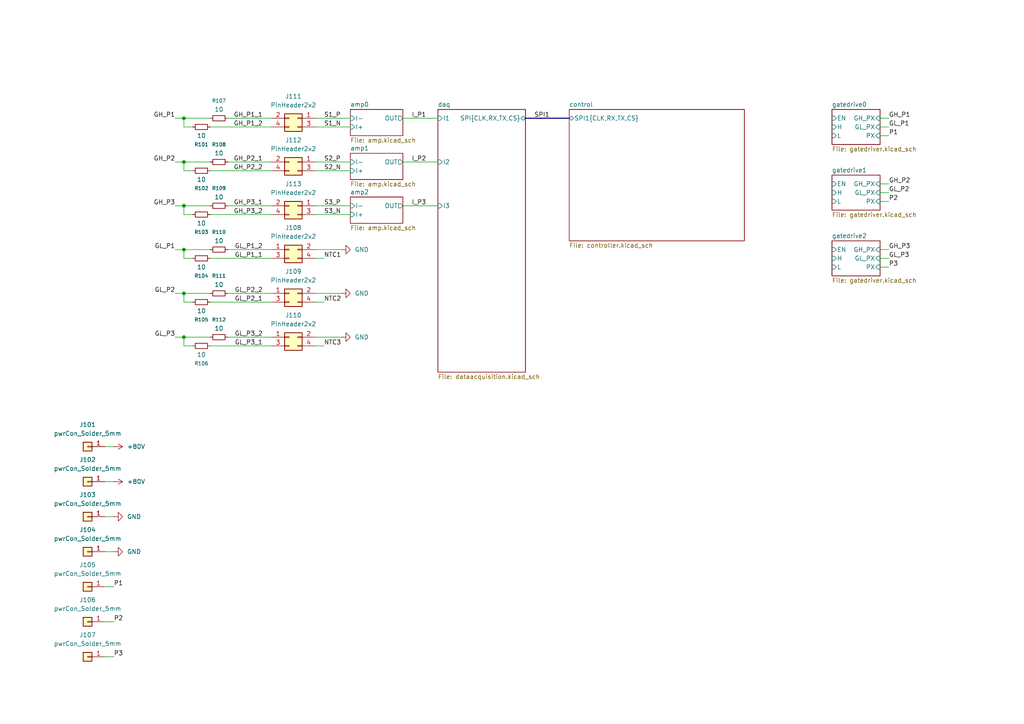
<source format=kicad_sch>
(kicad_sch (version 20250114) (generator "eeschema") (generator_version "9.0")
  (paper "A4")
  (title_block (title "${TITLE} - ${SUBTITLE}") (rev "${REV}") (company "github.com/${AUTHOR}"))
  (lib_symbols
    (symbol "Connector_Generic:Conn_01x01" (pin_names (offset 1.016) (hide yes))
      (property "Reference" "J" (at 0 2.54 0))
      (property "Value" "Conn_01x01" (at 0 -2.54 0))
      (symbol "Conn_01x01_1_1"
        (rectangle (start -1.27 1.27) (end 1.27 -1.27) (stroke (width 0.254)) (fill (type background)))
        (rectangle (start -1.27 0.127) (end 0 -0.127) (stroke (width 0.1524)))
        (pin passive line (at -5.08 0 0) (length 3.81) (name "Pin_1") (number "1"))
      )
    )
    (symbol "Connector_Generic:Conn_02x02_Odd_Even" (pin_names (offset 1.016) (hide yes))
      (property "Reference" "J" (at 1.27 2.54 0))
      (property "Value" "Conn_02x02_Odd_Even" (at 1.27 -5.08 0))
      (symbol "Conn_02x02_Odd_Even_1_1"
        (rectangle (start -1.27 1.27) (end 3.81 -3.81) (stroke (width 0.254)) (fill (type background)))
        (rectangle (start -1.27 0.127) (end 0 -0.127) (stroke (width 0.1524)))
        (rectangle (start -1.27 -2.413) (end 0 -2.667) (stroke (width 0.1524)))
        (rectangle (start 3.81 0.127) (end 2.54 -0.127) (stroke (width 0.1524)))
        (rectangle (start 3.81 -2.413) (end 2.54 -2.667) (stroke (width 0.1524)))
        (pin passive line (at -5.08 0 0) (length 3.81) (name "Pin_1") (number "1"))
        (pin passive line (at -5.08 -2.54 0) (length 3.81) (name "Pin_3") (number "3"))
        (pin passive line (at 7.62 0 180) (length 3.81) (name "Pin_2") (number "2"))
        (pin passive line (at 7.62 -2.54 180) (length 3.81) (name "Pin_4") (number "4"))
      )
    )
    (symbol "Device:R_Small" (pin_numbers (hide yes)) (pin_names (offset 0.254) (hide yes))
      (property "Reference" "R" (at 0 0 90))
      (property "Value" "R_Small" (at 1.778 0 90))
      (symbol "R_Small_0_1"
        (rectangle (start -0.762 1.778) (end 0.762 -1.778) (stroke (width 0.2032)))
      )
      (symbol "R_Small_1_1"
        (pin passive line (at 0 2.54 270) (length 0.762) (name "~") (number "1"))
        (pin passive line (at 0 -2.54 90) (length 0.762) (name "~") (number "2"))
      )
    )
    (symbol "power:+1V0" (power) (pin_numbers (hide yes)) (pin_names (offset 0) (hide yes))
      (property "Value" "+1V0" (at 0 3.556 0))
      (symbol "+1V0_0_1"
        (polyline (pts (xy -0.762 1.27) (xy 0 2.54)))
        (polyline (pts (xy 0 2.54) (xy 0.762 1.27)))
        (polyline (pts (xy 0 0) (xy 0 2.54)))
      )
      (symbol "+1V0_1_1"
        (pin power_in line (at 0 0 90) (length 0) (name "~") (number "1"))
      )
    )
    (symbol "power:GND" (power) (pin_numbers (hide yes)) (pin_names (offset 0) (hide yes))
      (property "Value" "GND" (at 0 -3.81 0))
      (symbol "GND_0_1"
        (polyline (pts (xy 0 0) (xy 0 -1.27) (xy 1.27 -1.27) (xy 0 -2.54) (xy -1.27 -1.27) (xy 0 -1.27)))
      )
      (symbol "GND_1_1"
        (pin power_in line (at 0 0 270) (length 0) (name "~") (number "1"))
      )
    )
  )
  (junction (at 53.34 72.39))
  (junction (at 53.34 85.09))
  (junction (at 53.34 46.99))
  (junction (at 53.34 34.29))
  (junction (at 53.34 59.69))
  (junction (at 53.34 97.79))
  (wire (pts (xy 91.44 49.53) (xy 101.6 49.53)))
  (wire (pts (xy 53.34 46.99) (xy 60.96 46.99)))
  (wire (pts (xy 116.84 34.29) (xy 127 34.29)))
  (wire (pts (xy 55.88 36.83) (xy 53.34 36.83)))
  (wire (pts (xy 116.84 59.69) (xy 127 59.69)))
  (wire (pts (xy 53.34 34.29) (xy 60.96 34.29)))
  (wire (pts (xy 55.88 49.53) (xy 53.34 49.53)))
  (wire (pts (xy 66.04 97.79) (xy 78.74 97.79)))
  (wire (pts (xy 91.44 46.99) (xy 101.6 46.99)))
  (bus (pts (xy 152.4 34.29) (xy 165.1 34.29)))
  (wire (pts (xy 53.34 36.83) (xy 53.34 34.29)))
  (wire (pts (xy 91.44 62.23) (xy 101.6 62.23)))
  (wire (pts (xy 60.96 49.53) (xy 78.74 49.53)))
  (wire (pts (xy 60.96 36.83) (xy 78.74 36.83)))
  (wire (pts (xy 66.04 72.39) (xy 78.74 72.39)))
  (wire (pts (xy 53.34 85.09) (xy 60.96 85.09)))
  (wire (pts (xy 60.96 62.23) (xy 78.74 62.23)))
  (wire (pts (xy 53.34 74.93) (xy 53.34 72.39)))
  (wire (pts (xy 53.34 62.23) (xy 53.34 59.69)))
  (wire (pts (xy 55.88 87.63) (xy 53.34 87.63)))
  (wire (pts (xy 255.27 74.93) (xy 257.81 74.93)))
  (wire (pts (xy 91.44 36.83) (xy 101.6 36.83)))
  (wire (pts (xy 53.34 59.69) (xy 60.96 59.69)))
  (wire (pts (xy 50.8 85.09) (xy 53.34 85.09)))
  (wire (pts (xy 255.27 55.88) (xy 257.81 55.88)))
  (wire (pts (xy 53.34 72.39) (xy 60.96 72.39)))
  (wire (pts (xy 55.88 62.23) (xy 53.34 62.23)))
  (wire (pts (xy 255.27 77.47) (xy 257.81 77.47)))
  (wire (pts (xy 91.44 74.93) (xy 93.98 74.93)))
  (wire (pts (xy 60.96 100.33) (xy 78.74 100.33)))
  (wire (pts (xy 91.44 97.79) (xy 99.06 97.79)))
  (wire (pts (xy 91.44 72.39) (xy 99.06 72.39)))
  (wire (pts (xy 30.48 129.54) (xy 33.02 129.54)))
  (wire (pts (xy 30.48 139.7) (xy 33.02 139.7)))
  (wire (pts (xy 53.34 87.63) (xy 53.34 85.09)))
  (wire (pts (xy 50.8 72.39) (xy 53.34 72.39)))
  (wire (pts (xy 255.27 34.29) (xy 257.81 34.29)))
  (wire (pts (xy 30.48 170.18) (xy 33.02 170.18)))
  (wire (pts (xy 255.27 53.34) (xy 257.81 53.34)))
  (wire (pts (xy 91.44 87.63) (xy 93.98 87.63)))
  (wire (pts (xy 66.04 46.99) (xy 78.74 46.99)))
  (wire (pts (xy 50.8 34.29) (xy 53.34 34.29)))
  (wire (pts (xy 55.88 100.33) (xy 53.34 100.33)))
  (wire (pts (xy 66.04 85.09) (xy 78.74 85.09)))
  (wire (pts (xy 60.96 87.63) (xy 78.74 87.63)))
  (wire (pts (xy 255.27 58.42) (xy 257.81 58.42)))
  (wire (pts (xy 60.96 74.93) (xy 78.74 74.93)))
  (wire (pts (xy 255.27 39.37) (xy 257.81 39.37)))
  (wire (pts (xy 255.27 36.83) (xy 257.81 36.83)))
  (wire (pts (xy 53.34 49.53) (xy 53.34 46.99)))
  (wire (pts (xy 116.84 46.99) (xy 127 46.99)))
  (wire (pts (xy 30.48 160.02) (xy 33.02 160.02)))
  (wire (pts (xy 50.8 46.99) (xy 53.34 46.99)))
  (wire (pts (xy 91.44 59.69) (xy 101.6 59.69)))
  (wire (pts (xy 50.8 59.69) (xy 53.34 59.69)))
  (wire (pts (xy 53.34 97.79) (xy 60.96 97.79)))
  (wire (pts (xy 30.48 190.5) (xy 33.02 190.5)))
  (wire (pts (xy 66.04 59.69) (xy 78.74 59.69)))
  (wire (pts (xy 55.88 74.93) (xy 53.34 74.93)))
  (wire (pts (xy 91.44 85.09) (xy 99.06 85.09)))
  (wire (pts (xy 91.44 34.29) (xy 101.6 34.29)))
  (wire (pts (xy 91.44 100.33) (xy 93.98 100.33)))
  (wire (pts (xy 66.04 34.29) (xy 78.74 34.29)))
  (wire (pts (xy 30.48 180.34) (xy 33.02 180.34)))
  (wire (pts (xy 53.34 100.33) (xy 53.34 97.79)))
  (wire (pts (xy 50.8 97.79) (xy 53.34 97.79)))
  (wire (pts (xy 255.27 72.39) (xy 257.81 72.39)))
  (wire (pts (xy 30.48 149.86) (xy 33.02 149.86)))
  (label "GH_P1" (at 50.8 34.29 180))
  (label "GL_P2_1" (at 76.2 87.63 180))
  (label "GL_P1_2" (at 76.2 72.39 180))
  (label "GH_P3" (at 257.81 72.39 0))
  (label "S3_N" (at 93.98 62.23 0))
  (label "GH_P3" (at 50.8 59.69 180))
  (label "S1_P" (at 93.98 34.29 0))
  (label "GL_P3" (at 50.8 97.79 180))
  (label "P2" (at 257.81 58.42 0))
  (label "GL_P3" (at 257.81 74.93 0))
  (label "GL_P2" (at 50.8 85.09 180))
  (label "GH_P3_1" (at 76.2 59.69 180))
  (label "SPI1" (at 154.94 34.29 0))
  (label "GH_P3_2" (at 76.2 62.23 180))
  (label "GH_P2" (at 50.8 46.99 180))
  (label "NTC1" (at 93.98 74.93 0))
  (label "GH_P2_1" (at 76.2 46.99 180))
  (label "P2" (at 33.02 180.34 0))
  (label "GH_P2" (at 257.81 53.34 0))
  (label "I_P2" (at 119.38 46.99 0))
  (label "GH_P2_2" (at 76.2 49.53 180))
  (label "S1_N" (at 93.98 36.83 0))
  (label "GL_P2" (at 257.81 55.88 0))
  (label "GL_P1" (at 257.81 36.83 0))
  (label "P1" (at 257.81 39.37 0))
  (label "I_P1" (at 119.38 34.29 0))
  (label "GL_P3_2" (at 76.2 97.79 180))
  (label "GL_P1" (at 50.8 72.39 180))
  (label "S3_P" (at 93.98 59.69 0))
  (label "S2_N" (at 93.98 49.53 0))
  (label "NTC3" (at 93.98 100.33 0))
  (label "P3" (at 257.81 77.47 0))
  (label "GL_P2_2" (at 76.2 85.09 180))
  (label "I_P3" (at 119.38 59.69 0))
  (label "P1" (at 33.02 170.18 0))
  (label "S2_P" (at 93.98 46.99 0))
  (label "GH_P1_2" (at 76.2 36.83 180))
  (label "GH_P1_1" (at 76.2 34.29 180))
  (label "GL_P1_1" (at 76.2 74.93 180))
  (label "GL_P3_1" (at 76.2 100.33 180))
  (label "NTC2" (at 93.98 87.63 0))
  (label "GH_P1" (at 257.81 34.29 0))
  (label "P3" (at 33.02 190.5 0))
  (symbol (lib_id "Device:R_Small") (at 58.42 62.23 270) (mirror x) (unit 1)
    (property "Reference" "R103" (at 58.42 67.31 90) (effects (font (size 1.016 1.016))))
    (property "Value" "10" (at 58.42 64.77 90))
    (property "Footprint" "Resistor_SMD:R_0402_1005Metric" (effects (hide yes)))
    (property "Description" "Resistor, small symbol" (effects (hide yes)))
  )
  (symbol (lib_id "Connector_Generic:Conn_02x02_Odd_Even") (at 83.82 72.39 0) (unit 1)
    (property "Reference" "J108" (at 85.09 66.04 0))
    (property "Value" "PinHeader2x2" (at 85.09 68.58 0))
    (property "Footprint" "mcrmv:PinHeader2x2_1mm_Solder" (effects (hide yes)))
    (property "Description" "Generic connector, double row, 02x02, odd/even pin numbering scheme (row 1 odd numbers, row 2 even numbers), script generated (kicad-library-utils/schlib/autogen/connector/)" (effects (hide yes)))
  )
  (symbol (lib_id "Connector_Generic:Conn_01x01") (at 25.4 149.86 180) (unit 1)
    (property "Reference" "J103" (at 25.4 143.51 0))
    (property "Value" "pwrCon_Solder_5mm" (at 25.4 146.05 0))
    (property "Footprint" "mcrmv:0.1x5mm_Strip_Cutout" (effects (hide yes)))
    (property "Description" "Generic connector, single row, 01x01, script generated (kicad-library-utils/schlib/autogen/connector/)" (effects (hide yes)))
  )
  (symbol (lib_id "Device:R_Small") (at 63.5 72.39 90) (unit 1)
    (property "Reference" "R110" (at 63.5 67.31 90) (effects (font (size 1.016 1.016))))
    (property "Value" "10" (at 63.5 69.85 90))
    (property "Footprint" "Resistor_SMD:R_0402_1005Metric" (effects (hide yes)))
    (property "Description" "Resistor, small symbol" (effects (hide yes)))
  )
  (symbol (lib_id "Connector_Generic:Conn_01x01") (at 25.4 139.7 180) (unit 1)
    (property "Reference" "J102" (at 25.4 133.35 0))
    (property "Value" "pwrCon_Solder_5mm" (at 25.4 135.89 0))
    (property "Footprint" "mcrmv:0.1x5mm_Strip_Cutout" (effects (hide yes)))
    (property "Description" "Generic connector, single row, 01x01, script generated (kicad-library-utils/schlib/autogen/connector/)" (effects (hide yes)))
  )
  (symbol (lib_id "power:GND") (at 99.06 72.39 90) (unit 1)
    (property "Reference" "#PWR0105" (effects (hide yes)))
    (property "Value" "GND" (at 102.87 72.3899 90) (effects (justify right)))
    (property "Description" "Power symbol creates a global label with name \"GND\" , ground" (effects (hide yes)))
  )
  (symbol (lib_id "Device:R_Small") (at 58.42 100.33 270) (mirror x) (unit 1)
    (property "Reference" "R106" (at 58.42 105.41 90) (effects (font (size 1.016 1.016))))
    (property "Value" "10" (at 58.42 102.87 90))
    (property "Footprint" "Resistor_SMD:R_0402_1005Metric" (effects (hide yes)))
    (property "Description" "Resistor, small symbol" (effects (hide yes)))
  )
  (symbol (lib_id "power:+1V0") (at 33.02 139.7 270) (unit 1)
    (property "Reference" "#PWR0102" (effects (hide yes)))
    (property "Value" "+80V" (at 36.83 139.6999 90) (effects (justify left)))
    (property "Description" "Power symbol creates a global label with name \"+1V0\"" (effects (hide yes)))
  )
  (symbol (lib_id "power:GND") (at 99.06 97.79 90) (unit 1)
    (property "Reference" "#PWR0107" (effects (hide yes)))
    (property "Value" "GND" (at 102.87 97.7899 90) (effects (justify right)))
    (property "Description" "Power symbol creates a global label with name \"GND\" , ground" (effects (hide yes)))
  )
  (symbol (lib_id "power:+1V0") (at 33.02 129.54 270) (unit 1)
    (property "Reference" "#PWR0101" (effects (hide yes)))
    (property "Value" "+80V" (at 36.83 129.5399 90) (effects (justify left)))
    (property "Description" "Power symbol creates a global label with name \"+1V0\"" (effects (hide yes)))
  )
  (symbol (lib_id "Device:R_Small") (at 58.42 36.83 270) (mirror x) (unit 1)
    (property "Reference" "R101" (at 58.42 41.91 90) (effects (font (size 1.016 1.016))))
    (property "Value" "10" (at 58.42 39.37 90))
    (property "Footprint" "Resistor_SMD:R_0402_1005Metric" (effects (hide yes)))
    (property "Description" "Resistor, small symbol" (effects (hide yes)))
  )
  (symbol (lib_id "Connector_Generic:Conn_01x01") (at 25.4 190.5 180) (unit 1)
    (property "Reference" "J107" (at 25.4 184.15 0))
    (property "Value" "pwrCon_Solder_5mm" (at 25.4 186.69 0))
    (property "Footprint" "mcrmv:0.1x5mm_Strip_Cutout" (effects (hide yes)))
    (property "Description" "Generic connector, single row, 01x01, script generated (kicad-library-utils/schlib/autogen/connector/)" (effects (hide yes)))
  )
  (symbol (lib_id "Device:R_Small") (at 58.42 74.93 270) (mirror x) (unit 1)
    (property "Reference" "R104" (at 58.42 80.01 90) (effects (font (size 1.016 1.016))))
    (property "Value" "10" (at 58.42 77.47 90))
    (property "Footprint" "Resistor_SMD:R_0402_1005Metric" (effects (hide yes)))
    (property "Description" "Resistor, small symbol" (effects (hide yes)))
  )
  (symbol (lib_id "Connector_Generic:Conn_02x02_Odd_Even") (at 86.36 59.69 0) (mirror y) (unit 1)
    (property "Reference" "J113" (at 85.09 53.34 0))
    (property "Value" "PinHeader2x2" (at 85.09 55.88 0))
    (property "Footprint" "mcrmv:PinHeader2x2_1mm_Solder" (effects (hide yes)))
    (property "Description" "Generic connector, double row, 02x02, odd/even pin numbering scheme (row 1 odd numbers, row 2 even numbers), script generated (kicad-library-utils/schlib/autogen/connector/)" (effects (hide yes)))
  )
  (symbol (lib_id "power:GND") (at 99.06 85.09 90) (unit 1)
    (property "Reference" "#PWR0106" (effects (hide yes)))
    (property "Value" "GND" (at 102.87 85.0899 90) (effects (justify right)))
    (property "Description" "Power symbol creates a global label with name \"GND\" , ground" (effects (hide yes)))
  )
  (symbol (lib_id "Device:R_Small") (at 58.42 87.63 270) (mirror x) (unit 1)
    (property "Reference" "R105" (at 58.42 92.71 90) (effects (font (size 1.016 1.016))))
    (property "Value" "10" (at 58.42 90.17 90))
    (property "Footprint" "Resistor_SMD:R_0402_1005Metric" (effects (hide yes)))
    (property "Description" "Resistor, small symbol" (effects (hide yes)))
  )
  (symbol (lib_id "Connector_Generic:Conn_02x02_Odd_Even") (at 86.36 46.99 0) (mirror y) (unit 1)
    (property "Reference" "J112" (at 85.09 40.64 0))
    (property "Value" "PinHeader2x2" (at 85.09 43.18 0))
    (property "Footprint" "mcrmv:PinHeader2x2_1mm_Solder" (effects (hide yes)))
    (property "Description" "Generic connector, double row, 02x02, odd/even pin numbering scheme (row 1 odd numbers, row 2 even numbers), script generated (kicad-library-utils/schlib/autogen/connector/)" (effects (hide yes)))
  )
  (symbol (lib_id "Device:R_Small") (at 58.42 49.53 270) (mirror x) (unit 1)
    (property "Reference" "R102" (at 58.42 54.61 90) (effects (font (size 1.016 1.016))))
    (property "Value" "10" (at 58.42 52.07 90))
    (property "Footprint" "Resistor_SMD:R_0402_1005Metric" (effects (hide yes)))
    (property "Description" "Resistor, small symbol" (effects (hide yes)))
  )
  (symbol (lib_id "Device:R_Small") (at 63.5 97.79 90) (unit 1)
    (property "Reference" "R112" (at 63.5 92.71 90) (effects (font (size 1.016 1.016))))
    (property "Value" "10" (at 63.5 95.25 90))
    (property "Footprint" "Resistor_SMD:R_0402_1005Metric" (effects (hide yes)))
    (property "Description" "Resistor, small symbol" (effects (hide yes)))
  )
  (symbol (lib_id "Connector_Generic:Conn_01x01") (at 25.4 180.34 180) (unit 1)
    (property "Reference" "J106" (at 25.4 173.99 0))
    (property "Value" "pwrCon_Solder_5mm" (at 25.4 176.53 0))
    (property "Footprint" "mcrmv:0.1x5mm_Strip_Cutout" (effects (hide yes)))
    (property "Description" "Generic connector, single row, 01x01, script generated (kicad-library-utils/schlib/autogen/connector/)" (effects (hide yes)))
  )
  (symbol (lib_id "Connector_Generic:Conn_02x02_Odd_Even") (at 86.36 34.29 0) (mirror y) (unit 1)
    (property "Reference" "J111" (at 85.09 27.94 0))
    (property "Value" "PinHeader2x2" (at 85.09 30.48 0))
    (property "Footprint" "mcrmv:PinHeader2x2_1mm_Solder" (effects (hide yes)))
    (property "Description" "Generic connector, double row, 02x02, odd/even pin numbering scheme (row 1 odd numbers, row 2 even numbers), script generated (kicad-library-utils/schlib/autogen/connector/)" (effects (hide yes)))
  )
  (symbol (lib_id "power:GND") (at 33.02 160.02 90) (unit 1)
    (property "Reference" "#PWR0104" (effects (hide yes)))
    (property "Value" "GND" (at 36.83 160.0199 90) (effects (justify right)))
    (property "Description" "Power symbol creates a global label with name \"GND\" , ground" (effects (hide yes)))
  )
  (symbol (lib_id "Device:R_Small") (at 63.5 59.69 90) (unit 1)
    (property "Reference" "R109" (at 63.5 54.61 90) (effects (font (size 1.016 1.016))))
    (property "Value" "10" (at 63.5 57.15 90))
    (property "Footprint" "Resistor_SMD:R_0402_1005Metric" (effects (hide yes)))
    (property "Description" "Resistor, small symbol" (effects (hide yes)))
  )
  (symbol (lib_id "Connector_Generic:Conn_02x02_Odd_Even") (at 83.82 85.09 0) (unit 1)
    (property "Reference" "J109" (at 85.09 78.74 0))
    (property "Value" "PinHeader2x2" (at 85.09 81.28 0))
    (property "Footprint" "mcrmv:PinHeader2x2_1mm_Solder" (effects (hide yes)))
    (property "Description" "Generic connector, double row, 02x02, odd/even pin numbering scheme (row 1 odd numbers, row 2 even numbers), script generated (kicad-library-utils/schlib/autogen/connector/)" (effects (hide yes)))
  )
  (symbol (lib_id "Device:R_Small") (at 63.5 85.09 90) (unit 1)
    (property "Reference" "R111" (at 63.5 80.01 90) (effects (font (size 1.016 1.016))))
    (property "Value" "10" (at 63.5 82.55 90))
    (property "Footprint" "Resistor_SMD:R_0402_1005Metric" (effects (hide yes)))
    (property "Description" "Resistor, small symbol" (effects (hide yes)))
  )
  (symbol (lib_id "Connector_Generic:Conn_02x02_Odd_Even") (at 83.82 97.79 0) (unit 1)
    (property "Reference" "J110" (at 85.09 91.44 0))
    (property "Value" "PinHeader2x2" (at 85.09 93.98 0))
    (property "Footprint" "mcrmv:PinHeader2x2_1mm_Solder" (effects (hide yes)))
    (property "Description" "Generic connector, double row, 02x02, odd/even pin numbering scheme (row 1 odd numbers, row 2 even numbers), script generated (kicad-library-utils/schlib/autogen/connector/)" (effects (hide yes)))
  )
  (symbol (lib_id "Connector_Generic:Conn_01x01") (at 25.4 129.54 180) (unit 1)
    (property "Reference" "J101" (at 25.4 123.19 0))
    (property "Value" "pwrCon_Solder_5mm" (at 25.4 125.73 0))
    (property "Footprint" "mcrmv:0.1x5mm_Strip_Cutout" (effects (hide yes)))
    (property "Description" "Generic connector, single row, 01x01, script generated (kicad-library-utils/schlib/autogen/connector/)" (effects (hide yes)))
  )
  (symbol (lib_id "Device:R_Small") (at 63.5 34.29 90) (unit 1)
    (property "Reference" "R107" (at 63.5 29.21 90) (effects (font (size 1.016 1.016))))
    (property "Value" "10" (at 63.5 31.75 90))
    (property "Footprint" "Resistor_SMD:R_0402_1005Metric" (effects (hide yes)))
    (property "Description" "Resistor, small symbol" (effects (hide yes)))
  )
  (symbol (lib_id "Connector_Generic:Conn_01x01") (at 25.4 170.18 180) (unit 1)
    (property "Reference" "J105" (at 25.4 163.83 0))
    (property "Value" "pwrCon_Solder_5mm" (at 25.4 166.37 0))
    (property "Footprint" "mcrmv:0.1x5mm_Strip_Cutout" (effects (hide yes)))
    (property "Description" "Generic connector, single row, 01x01, script generated (kicad-library-utils/schlib/autogen/connector/)" (effects (hide yes)))
  )
  (symbol (lib_id "Connector_Generic:Conn_01x01") (at 25.4 160.02 180) (unit 1)
    (property "Reference" "J104" (at 25.4 153.67 0))
    (property "Value" "pwrCon_Solder_5mm" (at 25.4 156.21 0))
    (property "Footprint" "mcrmv:0.1x5mm_Strip_Cutout" (effects (hide yes)))
    (property "Description" "Generic connector, single row, 01x01, script generated (kicad-library-utils/schlib/autogen/connector/)" (effects (hide yes)))
  )
  (symbol (lib_id "Device:R_Small") (at 63.5 46.99 90) (unit 1)
    (property "Reference" "R108" (at 63.5 41.91 90) (effects (font (size 1.016 1.016))))
    (property "Value" "10" (at 63.5 44.45 90))
    (property "Footprint" "Resistor_SMD:R_0402_1005Metric" (effects (hide yes)))
    (property "Description" "Resistor, small symbol" (effects (hide yes)))
  )
  (symbol (lib_id "power:GND") (at 33.02 149.86 90) (unit 1)
    (property "Reference" "#PWR0103" (effects (hide yes)))
    (property "Value" "GND" (at 36.83 149.8599 90) (effects (justify right)))
    (property "Description" "Power symbol creates a global label with name \"GND\" , ground" (effects (hide yes)))
  )
  (sheet (at 101.6 57.15) (size 15.24 7.62) (stroke (width 0.1524))
    (property "Sheetname" "amp2" (at 101.6 56.4384 0) (effects (justify left bottom)))
    (property "Sheetfile" "amp.kicad_sch" (at 101.6 65.3546 0) (effects (justify left top)))
    (pin "OUT" output (at 116.84 59.69 0))
    (pin "I-" input (at 101.6 59.69 180))
    (pin "I+" input (at 101.6 62.23 180))
  )
  (sheet (at 241.3 69.85) (size 13.97 10.16) (stroke (width 0.1524))
    (property "Sheetname" "gatedrive2" (at 241.3 69.1384 0) (effects (justify left bottom)))
    (property "Sheetfile" "gatedriver.kicad_sch" (at 241.3 80.5946 0) (effects (justify left top)))
    (pin "H" input (at 241.3 74.93 180))
    (pin "L" input (at 241.3 77.47 180))
    (pin "EN" input (at 241.3 72.39 180))
    (pin "GL_PX" input (at 255.27 74.93 0))
    (pin "GH_PX" input (at 255.27 72.39 0))
    (pin "PX" input (at 255.27 77.47 0))
  )
  (sheet (at 241.3 31.75) (size 13.97 10.16) (stroke (width 0.1524))
    (property "Sheetname" "gatedrive0" (at 241.3 31.0384 0) (effects (justify left bottom)))
    (property "Sheetfile" "gatedriver.kicad_sch" (at 241.3 42.4946 0) (effects (justify left top)))
    (pin "H" input (at 241.3 36.83 180))
    (pin "L" input (at 241.3 39.37 180))
    (pin "EN" input (at 241.3 34.29 180))
    (pin "GL_PX" input (at 255.27 36.83 0))
    (pin "GH_PX" input (at 255.27 34.29 0))
    (pin "PX" input (at 255.27 39.37 0))
  )
  (sheet (at 101.6 44.45) (size 15.24 7.62) (stroke (width 0.1524))
    (property "Sheetname" "amp1" (at 101.6 43.7384 0) (effects (justify left bottom)))
    (property "Sheetfile" "amp.kicad_sch" (at 101.6 52.6546 0) (effects (justify left top)))
    (pin "OUT" output (at 116.84 46.99 0))
    (pin "I-" input (at 101.6 46.99 180))
    (pin "I+" input (at 101.6 49.53 180))
  )
  (sheet (at 241.3 50.8) (size 13.97 10.16) (stroke (width 0.1524))
    (property "Sheetname" "gatedrive1" (at 241.3 50.0884 0) (effects (justify left bottom)))
    (property "Sheetfile" "gatedriver.kicad_sch" (at 241.3 61.5446 0) (effects (justify left top)))
    (pin "H" input (at 241.3 55.88 180))
    (pin "L" input (at 241.3 58.42 180))
    (pin "EN" input (at 241.3 53.34 180))
    (pin "GL_PX" input (at 255.27 55.88 0))
    (pin "GH_PX" input (at 255.27 53.34 0))
    (pin "PX" input (at 255.27 58.42 0))
  )
  (sheet (at 165.1 31.75) (size 50.8 38.1) (stroke (width 0.1524))
    (property "Sheetname" "control" (at 165.1 31.0384 0) (effects (justify left bottom)))
    (property "Sheetfile" "controller.kicad_sch" (at 165.1 70.4346 0) (effects (justify left top)))
    (pin "SPI1{CLK,RX,TX,CS}" bidirectional (at 165.1 34.29 180))
  )
  (sheet (at 101.6 31.75) (size 15.24 7.62) (stroke (width 0.1524))
    (property "Sheetname" "amp0" (at 101.6 31.0384 0) (effects (justify left bottom)))
    (property "Sheetfile" "amp.kicad_sch" (at 101.6 39.9546 0) (effects (justify left top)))
    (pin "OUT" output (at 116.84 34.29 0))
    (pin "I-" input (at 101.6 34.29 180))
    (pin "I+" input (at 101.6 36.83 180))
  )
  (sheet (at 127 31.75) (size 25.4 76.2) (stroke (width 0.1524))
    (property "Sheetname" "daq" (at 127 31.0384 0) (effects (justify left bottom)))
    (property "Sheetfile" "dataacquisition.kicad_sch" (at 127 108.5346 0) (effects (justify left top)))
    (pin "I2" input (at 127 46.99 180))
    (pin "I1" input (at 127 34.29 180))
    (pin "I3" input (at 127 59.69 180))
    (pin "SPI{CLK,RX,TX,CS}" bidirectional (at 152.4 34.29 0))
  )
)
</source>
